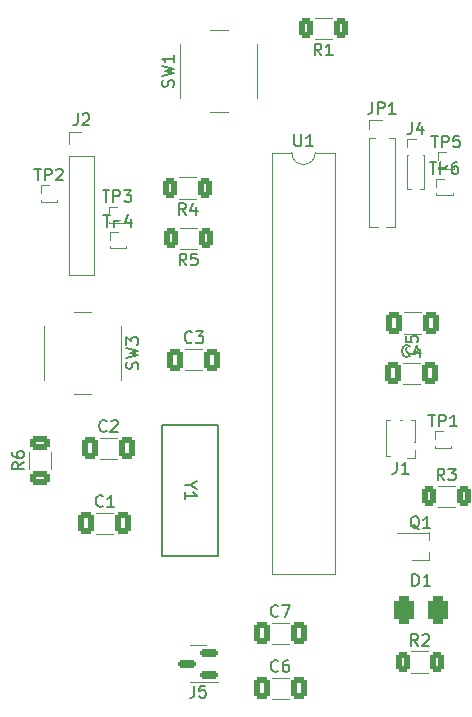
<source format=gbr>
%TF.GenerationSoftware,KiCad,Pcbnew,7.0.8*%
%TF.CreationDate,2023-11-13T12:09:03-08:00*%
%TF.ProjectId,411 PCB Arduino + Board Design,34313120-5043-4422-9041-726475696e6f,rev?*%
%TF.SameCoordinates,Original*%
%TF.FileFunction,Legend,Top*%
%TF.FilePolarity,Positive*%
%FSLAX46Y46*%
G04 Gerber Fmt 4.6, Leading zero omitted, Abs format (unit mm)*
G04 Created by KiCad (PCBNEW 7.0.8) date 2023-11-13 12:09:03*
%MOMM*%
%LPD*%
G01*
G04 APERTURE LIST*
G04 Aperture macros list*
%AMRoundRect*
0 Rectangle with rounded corners*
0 $1 Rounding radius*
0 $2 $3 $4 $5 $6 $7 $8 $9 X,Y pos of 4 corners*
0 Add a 4 corners polygon primitive as box body*
4,1,4,$2,$3,$4,$5,$6,$7,$8,$9,$2,$3,0*
0 Add four circle primitives for the rounded corners*
1,1,$1+$1,$2,$3*
1,1,$1+$1,$4,$5*
1,1,$1+$1,$6,$7*
1,1,$1+$1,$8,$9*
0 Add four rect primitives between the rounded corners*
20,1,$1+$1,$2,$3,$4,$5,0*
20,1,$1+$1,$4,$5,$6,$7,0*
20,1,$1+$1,$6,$7,$8,$9,0*
20,1,$1+$1,$8,$9,$2,$3,0*%
G04 Aperture macros list end*
%ADD10C,0.150000*%
%ADD11C,0.120000*%
%ADD12C,0.152400*%
%ADD13RoundRect,0.250000X-0.312500X-0.625000X0.312500X-0.625000X0.312500X0.625000X-0.312500X0.625000X0*%
%ADD14R,0.850000X0.850000*%
%ADD15C,2.000000*%
%ADD16RoundRect,0.250000X-0.412500X-0.650000X0.412500X-0.650000X0.412500X0.650000X-0.412500X0.650000X0*%
%ADD17R,1.500000X0.450000*%
%ADD18R,1.000000X1.000000*%
%ADD19O,1.000000X1.000000*%
%ADD20RoundRect,0.412500X-0.412500X-0.792500X0.412500X-0.792500X0.412500X0.792500X-0.412500X0.792500X0*%
%ADD21RoundRect,0.250000X0.312500X0.625000X-0.312500X0.625000X-0.312500X-0.625000X0.312500X-0.625000X0*%
%ADD22RoundRect,0.250000X0.412500X0.650000X-0.412500X0.650000X-0.412500X-0.650000X0.412500X-0.650000X0*%
%ADD23C,1.193800*%
%ADD24O,0.850000X0.850000*%
%ADD25RoundRect,0.150000X0.587500X0.150000X-0.587500X0.150000X-0.587500X-0.150000X0.587500X-0.150000X0*%
%ADD26R,1.600000X1.600000*%
%ADD27O,1.600000X1.600000*%
%ADD28RoundRect,0.250000X0.625000X-0.312500X0.625000X0.312500X-0.625000X0.312500X-0.625000X-0.312500X0*%
%ADD29R,1.350000X1.350000*%
%ADD30O,1.350000X1.350000*%
G04 APERTURE END LIST*
D10*
X173518533Y-109023219D02*
X173185200Y-108547028D01*
X172947105Y-109023219D02*
X172947105Y-108023219D01*
X172947105Y-108023219D02*
X173328057Y-108023219D01*
X173328057Y-108023219D02*
X173423295Y-108070838D01*
X173423295Y-108070838D02*
X173470914Y-108118457D01*
X173470914Y-108118457D02*
X173518533Y-108213695D01*
X173518533Y-108213695D02*
X173518533Y-108356552D01*
X173518533Y-108356552D02*
X173470914Y-108451790D01*
X173470914Y-108451790D02*
X173423295Y-108499409D01*
X173423295Y-108499409D02*
X173328057Y-108547028D01*
X173328057Y-108547028D02*
X172947105Y-108547028D01*
X173899486Y-108118457D02*
X173947105Y-108070838D01*
X173947105Y-108070838D02*
X174042343Y-108023219D01*
X174042343Y-108023219D02*
X174280438Y-108023219D01*
X174280438Y-108023219D02*
X174375676Y-108070838D01*
X174375676Y-108070838D02*
X174423295Y-108118457D01*
X174423295Y-108118457D02*
X174470914Y-108213695D01*
X174470914Y-108213695D02*
X174470914Y-108308933D01*
X174470914Y-108308933D02*
X174423295Y-108451790D01*
X174423295Y-108451790D02*
X173851867Y-109023219D01*
X173851867Y-109023219D02*
X174470914Y-109023219D01*
X146870895Y-72520019D02*
X147442323Y-72520019D01*
X147156609Y-73520019D02*
X147156609Y-72520019D01*
X147775657Y-73520019D02*
X147775657Y-72520019D01*
X147775657Y-72520019D02*
X148156609Y-72520019D01*
X148156609Y-72520019D02*
X148251847Y-72567638D01*
X148251847Y-72567638D02*
X148299466Y-72615257D01*
X148299466Y-72615257D02*
X148347085Y-72710495D01*
X148347085Y-72710495D02*
X148347085Y-72853352D01*
X148347085Y-72853352D02*
X148299466Y-72948590D01*
X148299466Y-72948590D02*
X148251847Y-72996209D01*
X148251847Y-72996209D02*
X148156609Y-73043828D01*
X148156609Y-73043828D02*
X147775657Y-73043828D01*
X149204228Y-72853352D02*
X149204228Y-73520019D01*
X148966133Y-72472400D02*
X148728038Y-73186685D01*
X148728038Y-73186685D02*
X149347085Y-73186685D01*
X149778000Y-85558532D02*
X149825619Y-85415675D01*
X149825619Y-85415675D02*
X149825619Y-85177580D01*
X149825619Y-85177580D02*
X149778000Y-85082342D01*
X149778000Y-85082342D02*
X149730380Y-85034723D01*
X149730380Y-85034723D02*
X149635142Y-84987104D01*
X149635142Y-84987104D02*
X149539904Y-84987104D01*
X149539904Y-84987104D02*
X149444666Y-85034723D01*
X149444666Y-85034723D02*
X149397047Y-85082342D01*
X149397047Y-85082342D02*
X149349428Y-85177580D01*
X149349428Y-85177580D02*
X149301809Y-85368056D01*
X149301809Y-85368056D02*
X149254190Y-85463294D01*
X149254190Y-85463294D02*
X149206571Y-85510913D01*
X149206571Y-85510913D02*
X149111333Y-85558532D01*
X149111333Y-85558532D02*
X149016095Y-85558532D01*
X149016095Y-85558532D02*
X148920857Y-85510913D01*
X148920857Y-85510913D02*
X148873238Y-85463294D01*
X148873238Y-85463294D02*
X148825619Y-85368056D01*
X148825619Y-85368056D02*
X148825619Y-85129961D01*
X148825619Y-85129961D02*
X148873238Y-84987104D01*
X148825619Y-84653770D02*
X149825619Y-84415675D01*
X149825619Y-84415675D02*
X149111333Y-84225199D01*
X149111333Y-84225199D02*
X149825619Y-84034723D01*
X149825619Y-84034723D02*
X148825619Y-83796628D01*
X148825619Y-83510913D02*
X148825619Y-82891866D01*
X148825619Y-82891866D02*
X149206571Y-83225199D01*
X149206571Y-83225199D02*
X149206571Y-83082342D01*
X149206571Y-83082342D02*
X149254190Y-82987104D01*
X149254190Y-82987104D02*
X149301809Y-82939485D01*
X149301809Y-82939485D02*
X149397047Y-82891866D01*
X149397047Y-82891866D02*
X149635142Y-82891866D01*
X149635142Y-82891866D02*
X149730380Y-82939485D01*
X149730380Y-82939485D02*
X149778000Y-82987104D01*
X149778000Y-82987104D02*
X149825619Y-83082342D01*
X149825619Y-83082342D02*
X149825619Y-83368056D01*
X149825619Y-83368056D02*
X149778000Y-83463294D01*
X149778000Y-83463294D02*
X149730380Y-83510913D01*
X154379233Y-83294780D02*
X154331614Y-83342400D01*
X154331614Y-83342400D02*
X154188757Y-83390019D01*
X154188757Y-83390019D02*
X154093519Y-83390019D01*
X154093519Y-83390019D02*
X153950662Y-83342400D01*
X153950662Y-83342400D02*
X153855424Y-83247161D01*
X153855424Y-83247161D02*
X153807805Y-83151923D01*
X153807805Y-83151923D02*
X153760186Y-82961447D01*
X153760186Y-82961447D02*
X153760186Y-82818590D01*
X153760186Y-82818590D02*
X153807805Y-82628114D01*
X153807805Y-82628114D02*
X153855424Y-82532876D01*
X153855424Y-82532876D02*
X153950662Y-82437638D01*
X153950662Y-82437638D02*
X154093519Y-82390019D01*
X154093519Y-82390019D02*
X154188757Y-82390019D01*
X154188757Y-82390019D02*
X154331614Y-82437638D01*
X154331614Y-82437638D02*
X154379233Y-82485257D01*
X154712567Y-82390019D02*
X155331614Y-82390019D01*
X155331614Y-82390019D02*
X154998281Y-82770971D01*
X154998281Y-82770971D02*
X155141138Y-82770971D01*
X155141138Y-82770971D02*
X155236376Y-82818590D01*
X155236376Y-82818590D02*
X155283995Y-82866209D01*
X155283995Y-82866209D02*
X155331614Y-82961447D01*
X155331614Y-82961447D02*
X155331614Y-83199542D01*
X155331614Y-83199542D02*
X155283995Y-83294780D01*
X155283995Y-83294780D02*
X155236376Y-83342400D01*
X155236376Y-83342400D02*
X155141138Y-83390019D01*
X155141138Y-83390019D02*
X154855424Y-83390019D01*
X154855424Y-83390019D02*
X154760186Y-83342400D01*
X154760186Y-83342400D02*
X154712567Y-83294780D01*
X175753733Y-95002419D02*
X175420400Y-94526228D01*
X175182305Y-95002419D02*
X175182305Y-94002419D01*
X175182305Y-94002419D02*
X175563257Y-94002419D01*
X175563257Y-94002419D02*
X175658495Y-94050038D01*
X175658495Y-94050038D02*
X175706114Y-94097657D01*
X175706114Y-94097657D02*
X175753733Y-94192895D01*
X175753733Y-94192895D02*
X175753733Y-94335752D01*
X175753733Y-94335752D02*
X175706114Y-94430990D01*
X175706114Y-94430990D02*
X175658495Y-94478609D01*
X175658495Y-94478609D02*
X175563257Y-94526228D01*
X175563257Y-94526228D02*
X175182305Y-94526228D01*
X176087067Y-94002419D02*
X176706114Y-94002419D01*
X176706114Y-94002419D02*
X176372781Y-94383371D01*
X176372781Y-94383371D02*
X176515638Y-94383371D01*
X176515638Y-94383371D02*
X176610876Y-94430990D01*
X176610876Y-94430990D02*
X176658495Y-94478609D01*
X176658495Y-94478609D02*
X176706114Y-94573847D01*
X176706114Y-94573847D02*
X176706114Y-94811942D01*
X176706114Y-94811942D02*
X176658495Y-94907180D01*
X176658495Y-94907180D02*
X176610876Y-94954800D01*
X176610876Y-94954800D02*
X176515638Y-95002419D01*
X176515638Y-95002419D02*
X176229924Y-95002419D01*
X176229924Y-95002419D02*
X176134686Y-94954800D01*
X176134686Y-94954800D02*
X176087067Y-94907180D01*
X146820095Y-70437219D02*
X147391523Y-70437219D01*
X147105809Y-71437219D02*
X147105809Y-70437219D01*
X147724857Y-71437219D02*
X147724857Y-70437219D01*
X147724857Y-70437219D02*
X148105809Y-70437219D01*
X148105809Y-70437219D02*
X148201047Y-70484838D01*
X148201047Y-70484838D02*
X148248666Y-70532457D01*
X148248666Y-70532457D02*
X148296285Y-70627695D01*
X148296285Y-70627695D02*
X148296285Y-70770552D01*
X148296285Y-70770552D02*
X148248666Y-70865790D01*
X148248666Y-70865790D02*
X148201047Y-70913409D01*
X148201047Y-70913409D02*
X148105809Y-70961028D01*
X148105809Y-70961028D02*
X147724857Y-70961028D01*
X148629619Y-70437219D02*
X149248666Y-70437219D01*
X149248666Y-70437219D02*
X148915333Y-70818171D01*
X148915333Y-70818171D02*
X149058190Y-70818171D01*
X149058190Y-70818171D02*
X149153428Y-70865790D01*
X149153428Y-70865790D02*
X149201047Y-70913409D01*
X149201047Y-70913409D02*
X149248666Y-71008647D01*
X149248666Y-71008647D02*
X149248666Y-71246742D01*
X149248666Y-71246742D02*
X149201047Y-71341980D01*
X149201047Y-71341980D02*
X149153428Y-71389600D01*
X149153428Y-71389600D02*
X149058190Y-71437219D01*
X149058190Y-71437219D02*
X148772476Y-71437219D01*
X148772476Y-71437219D02*
X148677238Y-71389600D01*
X148677238Y-71389600D02*
X148629619Y-71341980D01*
X173640761Y-99134057D02*
X173545523Y-99086438D01*
X173545523Y-99086438D02*
X173450285Y-98991200D01*
X173450285Y-98991200D02*
X173307428Y-98848342D01*
X173307428Y-98848342D02*
X173212190Y-98800723D01*
X173212190Y-98800723D02*
X173116952Y-98800723D01*
X173164571Y-99038819D02*
X173069333Y-98991200D01*
X173069333Y-98991200D02*
X172974095Y-98895961D01*
X172974095Y-98895961D02*
X172926476Y-98705485D01*
X172926476Y-98705485D02*
X172926476Y-98372152D01*
X172926476Y-98372152D02*
X172974095Y-98181676D01*
X172974095Y-98181676D02*
X173069333Y-98086438D01*
X173069333Y-98086438D02*
X173164571Y-98038819D01*
X173164571Y-98038819D02*
X173355047Y-98038819D01*
X173355047Y-98038819D02*
X173450285Y-98086438D01*
X173450285Y-98086438D02*
X173545523Y-98181676D01*
X173545523Y-98181676D02*
X173593142Y-98372152D01*
X173593142Y-98372152D02*
X173593142Y-98705485D01*
X173593142Y-98705485D02*
X173545523Y-98895961D01*
X173545523Y-98895961D02*
X173450285Y-98991200D01*
X173450285Y-98991200D02*
X173355047Y-99038819D01*
X173355047Y-99038819D02*
X173164571Y-99038819D01*
X174545523Y-99038819D02*
X173974095Y-99038819D01*
X174259809Y-99038819D02*
X174259809Y-98038819D01*
X174259809Y-98038819D02*
X174164571Y-98181676D01*
X174164571Y-98181676D02*
X174069333Y-98276914D01*
X174069333Y-98276914D02*
X173974095Y-98324533D01*
X169651466Y-62987019D02*
X169651466Y-63701304D01*
X169651466Y-63701304D02*
X169603847Y-63844161D01*
X169603847Y-63844161D02*
X169508609Y-63939400D01*
X169508609Y-63939400D02*
X169365752Y-63987019D01*
X169365752Y-63987019D02*
X169270514Y-63987019D01*
X170127657Y-63987019D02*
X170127657Y-62987019D01*
X170127657Y-62987019D02*
X170508609Y-62987019D01*
X170508609Y-62987019D02*
X170603847Y-63034638D01*
X170603847Y-63034638D02*
X170651466Y-63082257D01*
X170651466Y-63082257D02*
X170699085Y-63177495D01*
X170699085Y-63177495D02*
X170699085Y-63320352D01*
X170699085Y-63320352D02*
X170651466Y-63415590D01*
X170651466Y-63415590D02*
X170603847Y-63463209D01*
X170603847Y-63463209D02*
X170508609Y-63510828D01*
X170508609Y-63510828D02*
X170127657Y-63510828D01*
X171651466Y-63987019D02*
X171080038Y-63987019D01*
X171365752Y-63987019D02*
X171365752Y-62987019D01*
X171365752Y-62987019D02*
X171270514Y-63129876D01*
X171270514Y-63129876D02*
X171175276Y-63225114D01*
X171175276Y-63225114D02*
X171080038Y-63272733D01*
X173048705Y-103934419D02*
X173048705Y-102934419D01*
X173048705Y-102934419D02*
X173286800Y-102934419D01*
X173286800Y-102934419D02*
X173429657Y-102982038D01*
X173429657Y-102982038D02*
X173524895Y-103077276D01*
X173524895Y-103077276D02*
X173572514Y-103172514D01*
X173572514Y-103172514D02*
X173620133Y-103362990D01*
X173620133Y-103362990D02*
X173620133Y-103505847D01*
X173620133Y-103505847D02*
X173572514Y-103696323D01*
X173572514Y-103696323D02*
X173524895Y-103791561D01*
X173524895Y-103791561D02*
X173429657Y-103886800D01*
X173429657Y-103886800D02*
X173286800Y-103934419D01*
X173286800Y-103934419D02*
X173048705Y-103934419D01*
X174572514Y-103934419D02*
X174001086Y-103934419D01*
X174286800Y-103934419D02*
X174286800Y-102934419D01*
X174286800Y-102934419D02*
X174191562Y-103077276D01*
X174191562Y-103077276D02*
X174096324Y-103172514D01*
X174096324Y-103172514D02*
X174001086Y-103220133D01*
X147153333Y-90813180D02*
X147105714Y-90860800D01*
X147105714Y-90860800D02*
X146962857Y-90908419D01*
X146962857Y-90908419D02*
X146867619Y-90908419D01*
X146867619Y-90908419D02*
X146724762Y-90860800D01*
X146724762Y-90860800D02*
X146629524Y-90765561D01*
X146629524Y-90765561D02*
X146581905Y-90670323D01*
X146581905Y-90670323D02*
X146534286Y-90479847D01*
X146534286Y-90479847D02*
X146534286Y-90336990D01*
X146534286Y-90336990D02*
X146581905Y-90146514D01*
X146581905Y-90146514D02*
X146629524Y-90051276D01*
X146629524Y-90051276D02*
X146724762Y-89956038D01*
X146724762Y-89956038D02*
X146867619Y-89908419D01*
X146867619Y-89908419D02*
X146962857Y-89908419D01*
X146962857Y-89908419D02*
X147105714Y-89956038D01*
X147105714Y-89956038D02*
X147153333Y-90003657D01*
X147534286Y-90003657D02*
X147581905Y-89956038D01*
X147581905Y-89956038D02*
X147677143Y-89908419D01*
X147677143Y-89908419D02*
X147915238Y-89908419D01*
X147915238Y-89908419D02*
X148010476Y-89956038D01*
X148010476Y-89956038D02*
X148058095Y-90003657D01*
X148058095Y-90003657D02*
X148105714Y-90098895D01*
X148105714Y-90098895D02*
X148105714Y-90194133D01*
X148105714Y-90194133D02*
X148058095Y-90336990D01*
X148058095Y-90336990D02*
X147486667Y-90908419D01*
X147486667Y-90908419D02*
X148105714Y-90908419D01*
X165350433Y-59018419D02*
X165017100Y-58542228D01*
X164779005Y-59018419D02*
X164779005Y-58018419D01*
X164779005Y-58018419D02*
X165159957Y-58018419D01*
X165159957Y-58018419D02*
X165255195Y-58066038D01*
X165255195Y-58066038D02*
X165302814Y-58113657D01*
X165302814Y-58113657D02*
X165350433Y-58208895D01*
X165350433Y-58208895D02*
X165350433Y-58351752D01*
X165350433Y-58351752D02*
X165302814Y-58446990D01*
X165302814Y-58446990D02*
X165255195Y-58494609D01*
X165255195Y-58494609D02*
X165159957Y-58542228D01*
X165159957Y-58542228D02*
X164779005Y-58542228D01*
X166302814Y-59018419D02*
X165731386Y-59018419D01*
X166017100Y-59018419D02*
X166017100Y-58018419D01*
X166017100Y-58018419D02*
X165921862Y-58161276D01*
X165921862Y-58161276D02*
X165826624Y-58256514D01*
X165826624Y-58256514D02*
X165731386Y-58304133D01*
X161694433Y-111133180D02*
X161646814Y-111180800D01*
X161646814Y-111180800D02*
X161503957Y-111228419D01*
X161503957Y-111228419D02*
X161408719Y-111228419D01*
X161408719Y-111228419D02*
X161265862Y-111180800D01*
X161265862Y-111180800D02*
X161170624Y-111085561D01*
X161170624Y-111085561D02*
X161123005Y-110990323D01*
X161123005Y-110990323D02*
X161075386Y-110799847D01*
X161075386Y-110799847D02*
X161075386Y-110656990D01*
X161075386Y-110656990D02*
X161123005Y-110466514D01*
X161123005Y-110466514D02*
X161170624Y-110371276D01*
X161170624Y-110371276D02*
X161265862Y-110276038D01*
X161265862Y-110276038D02*
X161408719Y-110228419D01*
X161408719Y-110228419D02*
X161503957Y-110228419D01*
X161503957Y-110228419D02*
X161646814Y-110276038D01*
X161646814Y-110276038D02*
X161694433Y-110323657D01*
X162551576Y-110228419D02*
X162361100Y-110228419D01*
X162361100Y-110228419D02*
X162265862Y-110276038D01*
X162265862Y-110276038D02*
X162218243Y-110323657D01*
X162218243Y-110323657D02*
X162123005Y-110466514D01*
X162123005Y-110466514D02*
X162075386Y-110656990D01*
X162075386Y-110656990D02*
X162075386Y-111037942D01*
X162075386Y-111037942D02*
X162123005Y-111133180D01*
X162123005Y-111133180D02*
X162170624Y-111180800D01*
X162170624Y-111180800D02*
X162265862Y-111228419D01*
X162265862Y-111228419D02*
X162456338Y-111228419D01*
X162456338Y-111228419D02*
X162551576Y-111180800D01*
X162551576Y-111180800D02*
X162599195Y-111133180D01*
X162599195Y-111133180D02*
X162646814Y-111037942D01*
X162646814Y-111037942D02*
X162646814Y-110799847D01*
X162646814Y-110799847D02*
X162599195Y-110704609D01*
X162599195Y-110704609D02*
X162551576Y-110656990D01*
X162551576Y-110656990D02*
X162456338Y-110609371D01*
X162456338Y-110609371D02*
X162265862Y-110609371D01*
X162265862Y-110609371D02*
X162170624Y-110656990D01*
X162170624Y-110656990D02*
X162123005Y-110704609D01*
X162123005Y-110704609D02*
X162075386Y-110799847D01*
X152809600Y-61682532D02*
X152857219Y-61539675D01*
X152857219Y-61539675D02*
X152857219Y-61301580D01*
X152857219Y-61301580D02*
X152809600Y-61206342D01*
X152809600Y-61206342D02*
X152761980Y-61158723D01*
X152761980Y-61158723D02*
X152666742Y-61111104D01*
X152666742Y-61111104D02*
X152571504Y-61111104D01*
X152571504Y-61111104D02*
X152476266Y-61158723D01*
X152476266Y-61158723D02*
X152428647Y-61206342D01*
X152428647Y-61206342D02*
X152381028Y-61301580D01*
X152381028Y-61301580D02*
X152333409Y-61492056D01*
X152333409Y-61492056D02*
X152285790Y-61587294D01*
X152285790Y-61587294D02*
X152238171Y-61634913D01*
X152238171Y-61634913D02*
X152142933Y-61682532D01*
X152142933Y-61682532D02*
X152047695Y-61682532D01*
X152047695Y-61682532D02*
X151952457Y-61634913D01*
X151952457Y-61634913D02*
X151904838Y-61587294D01*
X151904838Y-61587294D02*
X151857219Y-61492056D01*
X151857219Y-61492056D02*
X151857219Y-61253961D01*
X151857219Y-61253961D02*
X151904838Y-61111104D01*
X151857219Y-60777770D02*
X152857219Y-60539675D01*
X152857219Y-60539675D02*
X152142933Y-60349199D01*
X152142933Y-60349199D02*
X152857219Y-60158723D01*
X152857219Y-60158723D02*
X151857219Y-59920628D01*
X152857219Y-59015866D02*
X152857219Y-59587294D01*
X152857219Y-59301580D02*
X151857219Y-59301580D01*
X151857219Y-59301580D02*
X152000076Y-59396818D01*
X152000076Y-59396818D02*
X152095314Y-59492056D01*
X152095314Y-59492056D02*
X152142933Y-59587294D01*
X173435180Y-83703066D02*
X173482800Y-83750685D01*
X173482800Y-83750685D02*
X173530419Y-83893542D01*
X173530419Y-83893542D02*
X173530419Y-83988780D01*
X173530419Y-83988780D02*
X173482800Y-84131637D01*
X173482800Y-84131637D02*
X173387561Y-84226875D01*
X173387561Y-84226875D02*
X173292323Y-84274494D01*
X173292323Y-84274494D02*
X173101847Y-84322113D01*
X173101847Y-84322113D02*
X172958990Y-84322113D01*
X172958990Y-84322113D02*
X172768514Y-84274494D01*
X172768514Y-84274494D02*
X172673276Y-84226875D01*
X172673276Y-84226875D02*
X172578038Y-84131637D01*
X172578038Y-84131637D02*
X172530419Y-83988780D01*
X172530419Y-83988780D02*
X172530419Y-83893542D01*
X172530419Y-83893542D02*
X172578038Y-83750685D01*
X172578038Y-83750685D02*
X172625657Y-83703066D01*
X172530419Y-82798304D02*
X172530419Y-83274494D01*
X172530419Y-83274494D02*
X173006609Y-83322113D01*
X173006609Y-83322113D02*
X172958990Y-83274494D01*
X172958990Y-83274494D02*
X172911371Y-83179256D01*
X172911371Y-83179256D02*
X172911371Y-82941161D01*
X172911371Y-82941161D02*
X172958990Y-82845923D01*
X172958990Y-82845923D02*
X173006609Y-82798304D01*
X173006609Y-82798304D02*
X173101847Y-82750685D01*
X173101847Y-82750685D02*
X173339942Y-82750685D01*
X173339942Y-82750685D02*
X173435180Y-82798304D01*
X173435180Y-82798304D02*
X173482800Y-82845923D01*
X173482800Y-82845923D02*
X173530419Y-82941161D01*
X173530419Y-82941161D02*
X173530419Y-83179256D01*
X173530419Y-83179256D02*
X173482800Y-83274494D01*
X173482800Y-83274494D02*
X173435180Y-83322113D01*
X154250171Y-95385009D02*
X153773980Y-95385009D01*
X154773980Y-95051676D02*
X154250171Y-95385009D01*
X154250171Y-95385009D02*
X154773980Y-95718342D01*
X153773980Y-96575485D02*
X153773980Y-96004057D01*
X153773980Y-96289771D02*
X154773980Y-96289771D01*
X154773980Y-96289771D02*
X154631123Y-96194533D01*
X154631123Y-96194533D02*
X154535885Y-96099295D01*
X154535885Y-96099295D02*
X154488266Y-96004057D01*
X172996266Y-64696819D02*
X172996266Y-65411104D01*
X172996266Y-65411104D02*
X172948647Y-65553961D01*
X172948647Y-65553961D02*
X172853409Y-65649200D01*
X172853409Y-65649200D02*
X172710552Y-65696819D01*
X172710552Y-65696819D02*
X172615314Y-65696819D01*
X173901028Y-65030152D02*
X173901028Y-65696819D01*
X173662933Y-64649200D02*
X173424838Y-65363485D01*
X173424838Y-65363485D02*
X174043885Y-65363485D01*
X172807333Y-84463180D02*
X172759714Y-84510800D01*
X172759714Y-84510800D02*
X172616857Y-84558419D01*
X172616857Y-84558419D02*
X172521619Y-84558419D01*
X172521619Y-84558419D02*
X172378762Y-84510800D01*
X172378762Y-84510800D02*
X172283524Y-84415561D01*
X172283524Y-84415561D02*
X172235905Y-84320323D01*
X172235905Y-84320323D02*
X172188286Y-84129847D01*
X172188286Y-84129847D02*
X172188286Y-83986990D01*
X172188286Y-83986990D02*
X172235905Y-83796514D01*
X172235905Y-83796514D02*
X172283524Y-83701276D01*
X172283524Y-83701276D02*
X172378762Y-83606038D01*
X172378762Y-83606038D02*
X172521619Y-83558419D01*
X172521619Y-83558419D02*
X172616857Y-83558419D01*
X172616857Y-83558419D02*
X172759714Y-83606038D01*
X172759714Y-83606038D02*
X172807333Y-83653657D01*
X173664476Y-83891752D02*
X173664476Y-84558419D01*
X173426381Y-83510800D02*
X173188286Y-84225085D01*
X173188286Y-84225085D02*
X173807333Y-84225085D01*
X154578966Y-112395619D02*
X154578966Y-113109904D01*
X154578966Y-113109904D02*
X154531347Y-113252761D01*
X154531347Y-113252761D02*
X154436109Y-113348000D01*
X154436109Y-113348000D02*
X154293252Y-113395619D01*
X154293252Y-113395619D02*
X154198014Y-113395619D01*
X155531347Y-112395619D02*
X155055157Y-112395619D01*
X155055157Y-112395619D02*
X155007538Y-112871809D01*
X155007538Y-112871809D02*
X155055157Y-112824190D01*
X155055157Y-112824190D02*
X155150395Y-112776571D01*
X155150395Y-112776571D02*
X155388490Y-112776571D01*
X155388490Y-112776571D02*
X155483728Y-112824190D01*
X155483728Y-112824190D02*
X155531347Y-112871809D01*
X155531347Y-112871809D02*
X155578966Y-112967047D01*
X155578966Y-112967047D02*
X155578966Y-113205142D01*
X155578966Y-113205142D02*
X155531347Y-113300380D01*
X155531347Y-113300380D02*
X155483728Y-113348000D01*
X155483728Y-113348000D02*
X155388490Y-113395619D01*
X155388490Y-113395619D02*
X155150395Y-113395619D01*
X155150395Y-113395619D02*
X155055157Y-113348000D01*
X155055157Y-113348000D02*
X155007538Y-113300380D01*
X141028895Y-68608419D02*
X141600323Y-68608419D01*
X141314609Y-69608419D02*
X141314609Y-68608419D01*
X141933657Y-69608419D02*
X141933657Y-68608419D01*
X141933657Y-68608419D02*
X142314609Y-68608419D01*
X142314609Y-68608419D02*
X142409847Y-68656038D01*
X142409847Y-68656038D02*
X142457466Y-68703657D01*
X142457466Y-68703657D02*
X142505085Y-68798895D01*
X142505085Y-68798895D02*
X142505085Y-68941752D01*
X142505085Y-68941752D02*
X142457466Y-69036990D01*
X142457466Y-69036990D02*
X142409847Y-69084609D01*
X142409847Y-69084609D02*
X142314609Y-69132228D01*
X142314609Y-69132228D02*
X141933657Y-69132228D01*
X142886038Y-68703657D02*
X142933657Y-68656038D01*
X142933657Y-68656038D02*
X143028895Y-68608419D01*
X143028895Y-68608419D02*
X143266990Y-68608419D01*
X143266990Y-68608419D02*
X143362228Y-68656038D01*
X143362228Y-68656038D02*
X143409847Y-68703657D01*
X143409847Y-68703657D02*
X143457466Y-68798895D01*
X143457466Y-68798895D02*
X143457466Y-68894133D01*
X143457466Y-68894133D02*
X143409847Y-69036990D01*
X143409847Y-69036990D02*
X142838419Y-69608419D01*
X142838419Y-69608419D02*
X143457466Y-69608419D01*
X163068095Y-65704819D02*
X163068095Y-66514342D01*
X163068095Y-66514342D02*
X163115714Y-66609580D01*
X163115714Y-66609580D02*
X163163333Y-66657200D01*
X163163333Y-66657200D02*
X163258571Y-66704819D01*
X163258571Y-66704819D02*
X163449047Y-66704819D01*
X163449047Y-66704819D02*
X163544285Y-66657200D01*
X163544285Y-66657200D02*
X163591904Y-66609580D01*
X163591904Y-66609580D02*
X163639523Y-66514342D01*
X163639523Y-66514342D02*
X163639523Y-65704819D01*
X164639523Y-66704819D02*
X164068095Y-66704819D01*
X164353809Y-66704819D02*
X164353809Y-65704819D01*
X164353809Y-65704819D02*
X164258571Y-65847676D01*
X164258571Y-65847676D02*
X164163333Y-65942914D01*
X164163333Y-65942914D02*
X164068095Y-65990533D01*
X161694433Y-106459580D02*
X161646814Y-106507200D01*
X161646814Y-106507200D02*
X161503957Y-106554819D01*
X161503957Y-106554819D02*
X161408719Y-106554819D01*
X161408719Y-106554819D02*
X161265862Y-106507200D01*
X161265862Y-106507200D02*
X161170624Y-106411961D01*
X161170624Y-106411961D02*
X161123005Y-106316723D01*
X161123005Y-106316723D02*
X161075386Y-106126247D01*
X161075386Y-106126247D02*
X161075386Y-105983390D01*
X161075386Y-105983390D02*
X161123005Y-105792914D01*
X161123005Y-105792914D02*
X161170624Y-105697676D01*
X161170624Y-105697676D02*
X161265862Y-105602438D01*
X161265862Y-105602438D02*
X161408719Y-105554819D01*
X161408719Y-105554819D02*
X161503957Y-105554819D01*
X161503957Y-105554819D02*
X161646814Y-105602438D01*
X161646814Y-105602438D02*
X161694433Y-105650057D01*
X162027767Y-105554819D02*
X162694433Y-105554819D01*
X162694433Y-105554819D02*
X162265862Y-106554819D01*
X174506095Y-68049619D02*
X175077523Y-68049619D01*
X174791809Y-69049619D02*
X174791809Y-68049619D01*
X175410857Y-69049619D02*
X175410857Y-68049619D01*
X175410857Y-68049619D02*
X175791809Y-68049619D01*
X175791809Y-68049619D02*
X175887047Y-68097238D01*
X175887047Y-68097238D02*
X175934666Y-68144857D01*
X175934666Y-68144857D02*
X175982285Y-68240095D01*
X175982285Y-68240095D02*
X175982285Y-68382952D01*
X175982285Y-68382952D02*
X175934666Y-68478190D01*
X175934666Y-68478190D02*
X175887047Y-68525809D01*
X175887047Y-68525809D02*
X175791809Y-68573428D01*
X175791809Y-68573428D02*
X175410857Y-68573428D01*
X176839428Y-68049619D02*
X176648952Y-68049619D01*
X176648952Y-68049619D02*
X176553714Y-68097238D01*
X176553714Y-68097238D02*
X176506095Y-68144857D01*
X176506095Y-68144857D02*
X176410857Y-68287714D01*
X176410857Y-68287714D02*
X176363238Y-68478190D01*
X176363238Y-68478190D02*
X176363238Y-68859142D01*
X176363238Y-68859142D02*
X176410857Y-68954380D01*
X176410857Y-68954380D02*
X176458476Y-69002000D01*
X176458476Y-69002000D02*
X176553714Y-69049619D01*
X176553714Y-69049619D02*
X176744190Y-69049619D01*
X176744190Y-69049619D02*
X176839428Y-69002000D01*
X176839428Y-69002000D02*
X176887047Y-68954380D01*
X176887047Y-68954380D02*
X176934666Y-68859142D01*
X176934666Y-68859142D02*
X176934666Y-68621047D01*
X176934666Y-68621047D02*
X176887047Y-68525809D01*
X176887047Y-68525809D02*
X176839428Y-68478190D01*
X176839428Y-68478190D02*
X176744190Y-68430571D01*
X176744190Y-68430571D02*
X176553714Y-68430571D01*
X176553714Y-68430571D02*
X176458476Y-68478190D01*
X176458476Y-68478190D02*
X176410857Y-68525809D01*
X176410857Y-68525809D02*
X176363238Y-68621047D01*
X174404495Y-89436419D02*
X174975923Y-89436419D01*
X174690209Y-90436419D02*
X174690209Y-89436419D01*
X175309257Y-90436419D02*
X175309257Y-89436419D01*
X175309257Y-89436419D02*
X175690209Y-89436419D01*
X175690209Y-89436419D02*
X175785447Y-89484038D01*
X175785447Y-89484038D02*
X175833066Y-89531657D01*
X175833066Y-89531657D02*
X175880685Y-89626895D01*
X175880685Y-89626895D02*
X175880685Y-89769752D01*
X175880685Y-89769752D02*
X175833066Y-89864990D01*
X175833066Y-89864990D02*
X175785447Y-89912609D01*
X175785447Y-89912609D02*
X175690209Y-89960228D01*
X175690209Y-89960228D02*
X175309257Y-89960228D01*
X176833066Y-90436419D02*
X176261638Y-90436419D01*
X176547352Y-90436419D02*
X176547352Y-89436419D01*
X176547352Y-89436419D02*
X176452114Y-89579276D01*
X176452114Y-89579276D02*
X176356876Y-89674514D01*
X176356876Y-89674514D02*
X176261638Y-89722133D01*
X171734266Y-93438819D02*
X171734266Y-94153104D01*
X171734266Y-94153104D02*
X171686647Y-94295961D01*
X171686647Y-94295961D02*
X171591409Y-94391200D01*
X171591409Y-94391200D02*
X171448552Y-94438819D01*
X171448552Y-94438819D02*
X171353314Y-94438819D01*
X172734266Y-94438819D02*
X172162838Y-94438819D01*
X172448552Y-94438819D02*
X172448552Y-93438819D01*
X172448552Y-93438819D02*
X172353314Y-93581676D01*
X172353314Y-93581676D02*
X172258076Y-93676914D01*
X172258076Y-93676914D02*
X172162838Y-93724533D01*
X153909733Y-76798419D02*
X153576400Y-76322228D01*
X153338305Y-76798419D02*
X153338305Y-75798419D01*
X153338305Y-75798419D02*
X153719257Y-75798419D01*
X153719257Y-75798419D02*
X153814495Y-75846038D01*
X153814495Y-75846038D02*
X153862114Y-75893657D01*
X153862114Y-75893657D02*
X153909733Y-75988895D01*
X153909733Y-75988895D02*
X153909733Y-76131752D01*
X153909733Y-76131752D02*
X153862114Y-76226990D01*
X153862114Y-76226990D02*
X153814495Y-76274609D01*
X153814495Y-76274609D02*
X153719257Y-76322228D01*
X153719257Y-76322228D02*
X153338305Y-76322228D01*
X154814495Y-75798419D02*
X154338305Y-75798419D01*
X154338305Y-75798419D02*
X154290686Y-76274609D01*
X154290686Y-76274609D02*
X154338305Y-76226990D01*
X154338305Y-76226990D02*
X154433543Y-76179371D01*
X154433543Y-76179371D02*
X154671638Y-76179371D01*
X154671638Y-76179371D02*
X154766876Y-76226990D01*
X154766876Y-76226990D02*
X154814495Y-76274609D01*
X154814495Y-76274609D02*
X154862114Y-76369847D01*
X154862114Y-76369847D02*
X154862114Y-76607942D01*
X154862114Y-76607942D02*
X154814495Y-76703180D01*
X154814495Y-76703180D02*
X154766876Y-76750800D01*
X154766876Y-76750800D02*
X154671638Y-76798419D01*
X154671638Y-76798419D02*
X154433543Y-76798419D01*
X154433543Y-76798419D02*
X154338305Y-76750800D01*
X154338305Y-76750800D02*
X154290686Y-76703180D01*
X174658495Y-65814419D02*
X175229923Y-65814419D01*
X174944209Y-66814419D02*
X174944209Y-65814419D01*
X175563257Y-66814419D02*
X175563257Y-65814419D01*
X175563257Y-65814419D02*
X175944209Y-65814419D01*
X175944209Y-65814419D02*
X176039447Y-65862038D01*
X176039447Y-65862038D02*
X176087066Y-65909657D01*
X176087066Y-65909657D02*
X176134685Y-66004895D01*
X176134685Y-66004895D02*
X176134685Y-66147752D01*
X176134685Y-66147752D02*
X176087066Y-66242990D01*
X176087066Y-66242990D02*
X176039447Y-66290609D01*
X176039447Y-66290609D02*
X175944209Y-66338228D01*
X175944209Y-66338228D02*
X175563257Y-66338228D01*
X177039447Y-65814419D02*
X176563257Y-65814419D01*
X176563257Y-65814419D02*
X176515638Y-66290609D01*
X176515638Y-66290609D02*
X176563257Y-66242990D01*
X176563257Y-66242990D02*
X176658495Y-66195371D01*
X176658495Y-66195371D02*
X176896590Y-66195371D01*
X176896590Y-66195371D02*
X176991828Y-66242990D01*
X176991828Y-66242990D02*
X177039447Y-66290609D01*
X177039447Y-66290609D02*
X177087066Y-66385847D01*
X177087066Y-66385847D02*
X177087066Y-66623942D01*
X177087066Y-66623942D02*
X177039447Y-66719180D01*
X177039447Y-66719180D02*
X176991828Y-66766800D01*
X176991828Y-66766800D02*
X176896590Y-66814419D01*
X176896590Y-66814419D02*
X176658495Y-66814419D01*
X176658495Y-66814419D02*
X176563257Y-66766800D01*
X176563257Y-66766800D02*
X176515638Y-66719180D01*
X140163619Y-93486266D02*
X139687428Y-93819599D01*
X140163619Y-94057694D02*
X139163619Y-94057694D01*
X139163619Y-94057694D02*
X139163619Y-93676742D01*
X139163619Y-93676742D02*
X139211238Y-93581504D01*
X139211238Y-93581504D02*
X139258857Y-93533885D01*
X139258857Y-93533885D02*
X139354095Y-93486266D01*
X139354095Y-93486266D02*
X139496952Y-93486266D01*
X139496952Y-93486266D02*
X139592190Y-93533885D01*
X139592190Y-93533885D02*
X139639809Y-93581504D01*
X139639809Y-93581504D02*
X139687428Y-93676742D01*
X139687428Y-93676742D02*
X139687428Y-94057694D01*
X139163619Y-92629123D02*
X139163619Y-92819599D01*
X139163619Y-92819599D02*
X139211238Y-92914837D01*
X139211238Y-92914837D02*
X139258857Y-92962456D01*
X139258857Y-92962456D02*
X139401714Y-93057694D01*
X139401714Y-93057694D02*
X139592190Y-93105313D01*
X139592190Y-93105313D02*
X139973142Y-93105313D01*
X139973142Y-93105313D02*
X140068380Y-93057694D01*
X140068380Y-93057694D02*
X140116000Y-93010075D01*
X140116000Y-93010075D02*
X140163619Y-92914837D01*
X140163619Y-92914837D02*
X140163619Y-92724361D01*
X140163619Y-92724361D02*
X140116000Y-92629123D01*
X140116000Y-92629123D02*
X140068380Y-92581504D01*
X140068380Y-92581504D02*
X139973142Y-92533885D01*
X139973142Y-92533885D02*
X139735047Y-92533885D01*
X139735047Y-92533885D02*
X139639809Y-92581504D01*
X139639809Y-92581504D02*
X139592190Y-92629123D01*
X139592190Y-92629123D02*
X139544571Y-92724361D01*
X139544571Y-92724361D02*
X139544571Y-92914837D01*
X139544571Y-92914837D02*
X139592190Y-93010075D01*
X139592190Y-93010075D02*
X139639809Y-93057694D01*
X139639809Y-93057694D02*
X139735047Y-93105313D01*
X146848533Y-97163180D02*
X146800914Y-97210800D01*
X146800914Y-97210800D02*
X146658057Y-97258419D01*
X146658057Y-97258419D02*
X146562819Y-97258419D01*
X146562819Y-97258419D02*
X146419962Y-97210800D01*
X146419962Y-97210800D02*
X146324724Y-97115561D01*
X146324724Y-97115561D02*
X146277105Y-97020323D01*
X146277105Y-97020323D02*
X146229486Y-96829847D01*
X146229486Y-96829847D02*
X146229486Y-96686990D01*
X146229486Y-96686990D02*
X146277105Y-96496514D01*
X146277105Y-96496514D02*
X146324724Y-96401276D01*
X146324724Y-96401276D02*
X146419962Y-96306038D01*
X146419962Y-96306038D02*
X146562819Y-96258419D01*
X146562819Y-96258419D02*
X146658057Y-96258419D01*
X146658057Y-96258419D02*
X146800914Y-96306038D01*
X146800914Y-96306038D02*
X146848533Y-96353657D01*
X147800914Y-97258419D02*
X147229486Y-97258419D01*
X147515200Y-97258419D02*
X147515200Y-96258419D01*
X147515200Y-96258419D02*
X147419962Y-96401276D01*
X147419962Y-96401276D02*
X147324724Y-96496514D01*
X147324724Y-96496514D02*
X147229486Y-96544133D01*
X153858933Y-72531219D02*
X153525600Y-72055028D01*
X153287505Y-72531219D02*
X153287505Y-71531219D01*
X153287505Y-71531219D02*
X153668457Y-71531219D01*
X153668457Y-71531219D02*
X153763695Y-71578838D01*
X153763695Y-71578838D02*
X153811314Y-71626457D01*
X153811314Y-71626457D02*
X153858933Y-71721695D01*
X153858933Y-71721695D02*
X153858933Y-71864552D01*
X153858933Y-71864552D02*
X153811314Y-71959790D01*
X153811314Y-71959790D02*
X153763695Y-72007409D01*
X153763695Y-72007409D02*
X153668457Y-72055028D01*
X153668457Y-72055028D02*
X153287505Y-72055028D01*
X154716076Y-71864552D02*
X154716076Y-72531219D01*
X154477981Y-71483600D02*
X154239886Y-72197885D01*
X154239886Y-72197885D02*
X154858933Y-72197885D01*
X144700666Y-63942819D02*
X144700666Y-64657104D01*
X144700666Y-64657104D02*
X144653047Y-64799961D01*
X144653047Y-64799961D02*
X144557809Y-64895200D01*
X144557809Y-64895200D02*
X144414952Y-64942819D01*
X144414952Y-64942819D02*
X144319714Y-64942819D01*
X145129238Y-64038057D02*
X145176857Y-63990438D01*
X145176857Y-63990438D02*
X145272095Y-63942819D01*
X145272095Y-63942819D02*
X145510190Y-63942819D01*
X145510190Y-63942819D02*
X145605428Y-63990438D01*
X145605428Y-63990438D02*
X145653047Y-64038057D01*
X145653047Y-64038057D02*
X145700666Y-64133295D01*
X145700666Y-64133295D02*
X145700666Y-64228533D01*
X145700666Y-64228533D02*
X145653047Y-64371390D01*
X145653047Y-64371390D02*
X145081619Y-64942819D01*
X145081619Y-64942819D02*
X145700666Y-64942819D01*
D11*
%TO.C,R2*%
X172958136Y-109478400D02*
X174412264Y-109478400D01*
X172958136Y-111298400D02*
X174412264Y-111298400D01*
%TO.C,TP4*%
X147437800Y-73940200D02*
X148132800Y-73940200D01*
X147437800Y-74625200D02*
X147437800Y-73940200D01*
X147437800Y-75310200D02*
X147437800Y-75185200D01*
X147437800Y-75310200D02*
X147524524Y-75310200D01*
X147437800Y-75310200D02*
X148827800Y-75310200D01*
X148741076Y-75310200D02*
X148827800Y-75310200D01*
X148827800Y-75310200D02*
X148827800Y-75185200D01*
%TO.C,SW3*%
X145870800Y-80725200D02*
X144370800Y-80725200D01*
X141870800Y-81975200D02*
X141870800Y-86475200D01*
X148370800Y-86475200D02*
X148370800Y-81975200D01*
X144370800Y-87725200D02*
X145870800Y-87725200D01*
%TO.C,C3*%
X153834648Y-83875200D02*
X155257152Y-83875200D01*
X153834648Y-85695200D02*
X155257152Y-85695200D01*
%TO.C,R3*%
X175193336Y-95457600D02*
X176647464Y-95457600D01*
X175193336Y-97277600D02*
X176647464Y-97277600D01*
%TO.C,TP3*%
X147387000Y-71857400D02*
X148082000Y-71857400D01*
X147387000Y-72542400D02*
X147387000Y-71857400D01*
X147387000Y-73227400D02*
X147387000Y-73102400D01*
X147387000Y-73227400D02*
X147473724Y-73227400D01*
X147387000Y-73227400D02*
X148777000Y-73227400D01*
X148690276Y-73227400D02*
X148777000Y-73227400D01*
X148777000Y-73227400D02*
X148777000Y-73102400D01*
%TO.C,Q1*%
X173061000Y-101744000D02*
X174471000Y-101744000D01*
X174471000Y-99414000D02*
X174471000Y-100084000D01*
X174471000Y-99424000D02*
X171736000Y-99424000D01*
X174471000Y-101084000D02*
X174471000Y-101744000D01*
%TO.C,JP1*%
X169374800Y-64467200D02*
X170484800Y-64467200D01*
X169374800Y-65227200D02*
X169374800Y-64467200D01*
X169374800Y-65987200D02*
X169374800Y-73542200D01*
X169374800Y-65987200D02*
X169921329Y-65987200D01*
X169374800Y-73542200D02*
X170177270Y-73542200D01*
X170792330Y-73542200D02*
X171594800Y-73542200D01*
X171048271Y-65987200D02*
X171594800Y-65987200D01*
X171594800Y-65987200D02*
X171594800Y-73542200D01*
%TO.C,C2*%
X146608748Y-91393600D02*
X148031252Y-91393600D01*
X146608748Y-93213600D02*
X148031252Y-93213600D01*
%TO.C,R1*%
X166244164Y-57653600D02*
X164790036Y-57653600D01*
X166244164Y-55833600D02*
X164790036Y-55833600D01*
%TO.C,C6*%
X161149848Y-111713600D02*
X162572352Y-111713600D01*
X161149848Y-113533600D02*
X162572352Y-113533600D01*
%TO.C,SW1*%
X155902400Y-63849200D02*
X157402400Y-63849200D01*
X159902400Y-62599200D02*
X159902400Y-58099200D01*
X153402400Y-58099200D02*
X153402400Y-62599200D01*
X157402400Y-56849200D02*
X155902400Y-56849200D01*
%TO.C,C5*%
X173786852Y-82596400D02*
X172364348Y-82596400D01*
X173786852Y-80776400D02*
X172364348Y-80776400D01*
D12*
%TO.C,Y1*%
X156603700Y-90311300D02*
X151853900Y-90311300D01*
X156603700Y-101411100D02*
X156603700Y-90311300D01*
X156603700Y-101411100D02*
X151853900Y-101411100D01*
X151853900Y-101411100D02*
X151853900Y-90311300D01*
D11*
%TO.C,J4*%
X172634600Y-66117000D02*
X173329600Y-66117000D01*
X172634600Y-66802000D02*
X172634600Y-66117000D01*
X172634600Y-67487000D02*
X172634600Y-70362000D01*
X172634600Y-67487000D02*
X172721324Y-67487000D01*
X172634600Y-70362000D02*
X172935107Y-70362000D01*
X173724093Y-70362000D02*
X174024600Y-70362000D01*
X173937876Y-67487000D02*
X174024600Y-67487000D01*
X174024600Y-67487000D02*
X174024600Y-70362000D01*
%TO.C,C4*%
X172262748Y-85043600D02*
X173685252Y-85043600D01*
X172262748Y-86863600D02*
X173685252Y-86863600D01*
%TO.C,J5*%
X154912300Y-112100800D02*
X156587300Y-112100800D01*
X154912300Y-112100800D02*
X154262300Y-112100800D01*
X154912300Y-108980800D02*
X155562300Y-108980800D01*
X154912300Y-108980800D02*
X154262300Y-108980800D01*
%TO.C,TP2*%
X141595800Y-70028600D02*
X142290800Y-70028600D01*
X141595800Y-70713600D02*
X141595800Y-70028600D01*
X141595800Y-71398600D02*
X141595800Y-71273600D01*
X141595800Y-71398600D02*
X141682524Y-71398600D01*
X141595800Y-71398600D02*
X142985800Y-71398600D01*
X142899076Y-71398600D02*
X142985800Y-71398600D01*
X142985800Y-71398600D02*
X142985800Y-71273600D01*
%TO.C,U1*%
X161180000Y-67250000D02*
X161180000Y-102930000D01*
X161180000Y-102930000D02*
X166480000Y-102930000D01*
X162830000Y-67250000D02*
X161180000Y-67250000D01*
X166480000Y-67250000D02*
X164830000Y-67250000D01*
X166480000Y-102930000D02*
X166480000Y-67250000D01*
X162830000Y-67250000D02*
G75*
G03*
X164830000Y-67250000I1000000J0D01*
G01*
%TO.C,C7*%
X161149848Y-107040000D02*
X162572352Y-107040000D01*
X161149848Y-108860000D02*
X162572352Y-108860000D01*
%TO.C,TP6*%
X175073000Y-69469800D02*
X175768000Y-69469800D01*
X175073000Y-70154800D02*
X175073000Y-69469800D01*
X175073000Y-70839800D02*
X175073000Y-70714800D01*
X175073000Y-70839800D02*
X175159724Y-70839800D01*
X175073000Y-70839800D02*
X176463000Y-70839800D01*
X176376276Y-70839800D02*
X176463000Y-70839800D01*
X176463000Y-70839800D02*
X176463000Y-70714800D01*
%TO.C,TP1*%
X174971400Y-90856600D02*
X175666400Y-90856600D01*
X174971400Y-91541600D02*
X174971400Y-90856600D01*
X174971400Y-92226600D02*
X174971400Y-92101600D01*
X174971400Y-92226600D02*
X175058124Y-92226600D01*
X174971400Y-92226600D02*
X176361400Y-92226600D01*
X176274676Y-92226600D02*
X176361400Y-92226600D01*
X176361400Y-92226600D02*
X176361400Y-92101600D01*
%TO.C,J1*%
X173277600Y-93109000D02*
X172567600Y-93109000D01*
X173277600Y-92424000D02*
X173277600Y-93109000D01*
X173277600Y-91739000D02*
X173277600Y-89864000D01*
X173277600Y-91739000D02*
X173175876Y-91739000D01*
X173277600Y-89864000D02*
X172962093Y-89864000D01*
X172173107Y-89864000D02*
X171962093Y-89864000D01*
X171173107Y-92984000D02*
X170857600Y-92984000D01*
X171173107Y-89864000D02*
X170857600Y-89864000D01*
X170857600Y-92984000D02*
X170857600Y-89864000D01*
%TO.C,R5*%
X154803464Y-75433600D02*
X153349336Y-75433600D01*
X154803464Y-73613600D02*
X153349336Y-73613600D01*
%TO.C,TP5*%
X175225400Y-67234600D02*
X175920400Y-67234600D01*
X175225400Y-67919600D02*
X175225400Y-67234600D01*
X175225400Y-68604600D02*
X175225400Y-68479600D01*
X175225400Y-68604600D02*
X175312124Y-68604600D01*
X175225400Y-68604600D02*
X176615400Y-68604600D01*
X176528676Y-68604600D02*
X176615400Y-68604600D01*
X176615400Y-68604600D02*
X176615400Y-68479600D01*
%TO.C,R6*%
X140618800Y-94046664D02*
X140618800Y-92592536D01*
X142438800Y-94046664D02*
X142438800Y-92592536D01*
%TO.C,C1*%
X146303948Y-97743600D02*
X147726452Y-97743600D01*
X146303948Y-99563600D02*
X147726452Y-99563600D01*
%TO.C,R4*%
X154752664Y-71166400D02*
X153298536Y-71166400D01*
X154752664Y-69346400D02*
X153298536Y-69346400D01*
%TO.C,J2*%
X143974000Y-65488000D02*
X145034000Y-65488000D01*
X143974000Y-66548000D02*
X143974000Y-65488000D01*
X143974000Y-67548000D02*
X143974000Y-77608000D01*
X143974000Y-67548000D02*
X146094000Y-67548000D01*
X143974000Y-77608000D02*
X146094000Y-77608000D01*
X146094000Y-67548000D02*
X146094000Y-77608000D01*
%TD*%
%LPC*%
D13*
%TO.C,R2*%
X172222700Y-110388400D03*
X175147700Y-110388400D03*
%TD*%
D14*
%TO.C,TP4*%
X148132800Y-74625200D03*
%TD*%
D15*
%TO.C,SW3*%
X147370800Y-87475200D03*
X142870800Y-87475200D03*
X147370800Y-80975200D03*
X142870800Y-80975200D03*
%TD*%
D16*
%TO.C,C3*%
X152983400Y-84785200D03*
X156108400Y-84785200D03*
%TD*%
D13*
%TO.C,R3*%
X174457900Y-96367600D03*
X177382900Y-96367600D03*
%TD*%
D14*
%TO.C,TP3*%
X148082000Y-72542400D03*
%TD*%
D17*
%TO.C,Q1*%
X172406000Y-99934000D03*
X172406000Y-101234000D03*
X175066000Y-100584000D03*
%TD*%
D18*
%TO.C,JP1*%
X170484800Y-65227200D03*
D19*
X170484800Y-66497200D03*
X170484800Y-67767200D03*
X170484800Y-69037200D03*
X170484800Y-70307200D03*
X170484800Y-71577200D03*
X170484800Y-72847200D03*
%TD*%
D20*
%TO.C,D1*%
X172383800Y-106019600D03*
X175183800Y-106019600D03*
%TD*%
D16*
%TO.C,C2*%
X145757500Y-92303600D03*
X148882500Y-92303600D03*
%TD*%
D21*
%TO.C,R1*%
X166979600Y-56743600D03*
X164054600Y-56743600D03*
%TD*%
D16*
%TO.C,C6*%
X160298600Y-112623600D03*
X163423600Y-112623600D03*
%TD*%
D15*
%TO.C,SW1*%
X154402400Y-63599200D03*
X154402400Y-57099200D03*
X158902400Y-63599200D03*
X158902400Y-57099200D03*
%TD*%
D22*
%TO.C,C5*%
X174638100Y-81686400D03*
X171513100Y-81686400D03*
%TD*%
D23*
%TO.C,Y1*%
X154228800Y-93421200D03*
X154228800Y-98301201D03*
%TD*%
D14*
%TO.C,J4*%
X173329600Y-66802000D03*
D24*
X173329600Y-67802000D03*
X173329600Y-68802000D03*
X173329600Y-69802000D03*
%TD*%
D16*
%TO.C,C4*%
X171411500Y-85953600D03*
X174536500Y-85953600D03*
%TD*%
D25*
%TO.C,J5*%
X155849800Y-111490800D03*
X155849800Y-109590800D03*
X153974800Y-110540800D03*
%TD*%
D14*
%TO.C,TP2*%
X142290800Y-70713600D03*
%TD*%
D26*
%TO.C,U1*%
X160020000Y-68580000D03*
D27*
X160020000Y-71120000D03*
X160020000Y-73660000D03*
X160020000Y-76200000D03*
X160020000Y-78740000D03*
X160020000Y-81280000D03*
X160020000Y-83820000D03*
X160020000Y-86360000D03*
X160020000Y-88900000D03*
X160020000Y-91440000D03*
X160020000Y-93980000D03*
X160020000Y-96520000D03*
X160020000Y-99060000D03*
X160020000Y-101600000D03*
X167640000Y-101600000D03*
X167640000Y-99060000D03*
X167640000Y-96520000D03*
X167640000Y-93980000D03*
X167640000Y-91440000D03*
X167640000Y-88900000D03*
X167640000Y-86360000D03*
X167640000Y-83820000D03*
X167640000Y-81280000D03*
X167640000Y-78740000D03*
X167640000Y-76200000D03*
X167640000Y-73660000D03*
X167640000Y-71120000D03*
X167640000Y-68580000D03*
%TD*%
D16*
%TO.C,C7*%
X160298600Y-107950000D03*
X163423600Y-107950000D03*
%TD*%
D14*
%TO.C,TP6*%
X175768000Y-70154800D03*
%TD*%
%TO.C,TP1*%
X175666400Y-91541600D03*
%TD*%
D24*
%TO.C,J1*%
X171567600Y-92424000D03*
X171567600Y-91424000D03*
X171567600Y-90424000D03*
D14*
X172567600Y-92424000D03*
D24*
X172567600Y-91424000D03*
X172567600Y-90424000D03*
%TD*%
D21*
%TO.C,R5*%
X155538900Y-74523600D03*
X152613900Y-74523600D03*
%TD*%
D14*
%TO.C,TP5*%
X175920400Y-67919600D03*
%TD*%
D28*
%TO.C,R6*%
X141528800Y-94782100D03*
X141528800Y-91857100D03*
%TD*%
D16*
%TO.C,C1*%
X145452700Y-98653600D03*
X148577700Y-98653600D03*
%TD*%
D21*
%TO.C,R4*%
X155488100Y-70256400D03*
X152563100Y-70256400D03*
%TD*%
D29*
%TO.C,J2*%
X145034000Y-66548000D03*
D30*
X145034000Y-68548000D03*
X145034000Y-70548000D03*
X145034000Y-72548000D03*
X145034000Y-74548000D03*
X145034000Y-76548000D03*
%TD*%
%LPD*%
M02*

</source>
